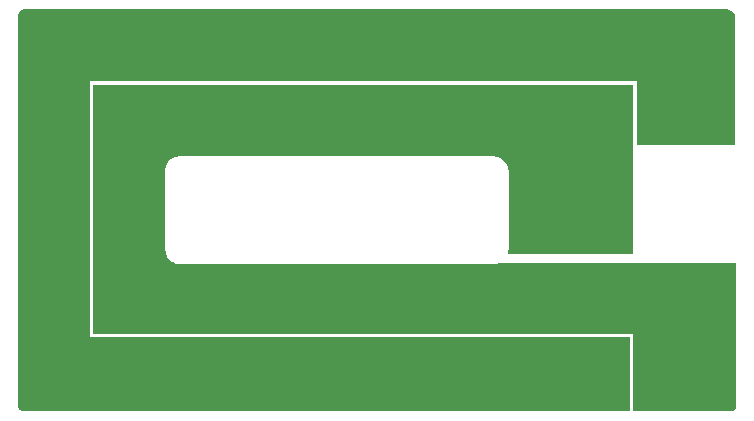
<source format=gtl>
G04*
G04 #@! TF.GenerationSoftware,Altium Limited,Altium Designer,18.1.7 (191)*
G04*
G04 Layer_Physical_Order=1*
G04 Layer_Color=255*
%FSLAX44Y44*%
%MOMM*%
G71*
G01*
G75*
%ADD13R,1.6000X1.8000*%
%ADD14R,1.8000X1.6000*%
%ADD18R,2.2900X0.7600*%
%ADD19C,0.5000*%
G36*
X332322Y169655D02*
X333771Y169055D01*
X335075Y168184D01*
X336184Y167075D01*
X337055Y165771D01*
X337440Y164840D01*
Y55000D01*
X254000D01*
X254000Y109000D01*
X-209000Y109000D01*
X-209000Y-107700D01*
X248000Y-107700D01*
X248000Y-169961D01*
X-265000Y-169961D01*
X-265489D01*
X-266447Y-169771D01*
X-267350Y-169396D01*
X-268162Y-168853D01*
X-268853Y-168162D01*
X-269396Y-167350D01*
X-269770Y-166447D01*
X-269961Y-165489D01*
Y-165000D01*
Y165000D01*
Y165488D01*
X-269770Y166447D01*
X-269396Y167350D01*
X-268853Y168162D01*
X-268163Y168853D01*
X-267350Y169396D01*
X-266447Y169770D01*
X-265489Y169961D01*
X-265000Y169961D01*
D01*
X330000Y169961D01*
X330000Y169961D01*
X330000Y169961D01*
X330784Y169961D01*
X332322Y169655D01*
D02*
G37*
G36*
X251000Y106000D02*
X251000Y-37000D01*
X145964Y-37000D01*
X145164Y-35997D01*
X145183Y-35730D01*
X145608Y-32500D01*
Y32500D01*
X145178Y35763D01*
X143919Y38804D01*
X143799Y38960D01*
X143720Y39079D01*
X143624Y39311D01*
X142666Y40744D01*
X142488Y40921D01*
X142349Y41130D01*
X141130Y42349D01*
X140921Y42488D01*
X140744Y42666D01*
X139311Y43623D01*
X139079Y43720D01*
X138960Y43799D01*
X138804Y43919D01*
X135763Y45178D01*
X132500Y45608D01*
X-132500D01*
X-135763Y45178D01*
X-136194Y45000D01*
X-136236D01*
X-137685Y44712D01*
X-137917Y44616D01*
X-138163Y44567D01*
X-139528Y44001D01*
X-139737Y43862D01*
X-139969Y43766D01*
X-141197Y42945D01*
X-141375Y42768D01*
X-141583Y42628D01*
X-142628Y41583D01*
X-142767Y41375D01*
X-142945Y41197D01*
X-143766Y39969D01*
X-143862Y39737D01*
X-144001Y39528D01*
X-144567Y38163D01*
X-144616Y37917D01*
X-144712Y37685D01*
X-145000Y36236D01*
Y35985D01*
X-145049Y35739D01*
Y33447D01*
X-145108Y33000D01*
X-145049Y32553D01*
Y18447D01*
X-145108Y18000D01*
X-145049Y17553D01*
Y447D01*
X-145108Y0D01*
X-145049Y-447D01*
Y-17553D01*
X-145108Y-18000D01*
X-145049Y-18447D01*
Y-32553D01*
X-145108Y-33000D01*
X-145049Y-33447D01*
X-145049Y-34612D01*
X-145000Y-34858D01*
Y-35109D01*
X-144664Y-36800D01*
X-144568Y-37032D01*
X-144519Y-37278D01*
X-143859Y-38870D01*
X-143720Y-39079D01*
X-143624Y-39311D01*
X-142666Y-40744D01*
X-142488Y-40921D01*
X-142349Y-41130D01*
X-141130Y-42349D01*
X-140921Y-42488D01*
X-140744Y-42666D01*
X-139311Y-43623D01*
X-139079Y-43720D01*
X-138960Y-43799D01*
X-138804Y-43919D01*
X-135763Y-45178D01*
X-132500Y-45608D01*
X132500D01*
X135763Y-45178D01*
X136194Y-45000D01*
X251000D01*
Y-45000D01*
X337961D01*
X337961Y-167000D01*
X337961Y-167000D01*
X337961Y-167000D01*
X337961Y-167589D01*
X337510Y-168678D01*
X336678Y-169510D01*
X335589Y-169961D01*
X335000Y-169961D01*
X335000Y-169961D01*
X335000Y-169961D01*
X251000Y-169961D01*
Y-105000D01*
X-206122D01*
X-206122Y106000D01*
X251000Y106000D01*
D02*
G37*
D13*
X-86000Y55000D02*
D03*
X-58000D02*
D03*
X-10000Y75000D02*
D03*
X-38000D02*
D03*
X231000Y-120000D02*
D03*
X203000D02*
D03*
X231000Y-140000D02*
D03*
X203000D02*
D03*
X231000Y-160000D02*
D03*
X203000D02*
D03*
X183000Y-55000D02*
D03*
X155000D02*
D03*
X183000Y-75000D02*
D03*
X155000D02*
D03*
X183000Y-95000D02*
D03*
X155000D02*
D03*
X231000Y-55000D02*
D03*
X203000D02*
D03*
X231000Y-75000D02*
D03*
X203000D02*
D03*
X231001Y-95002D02*
D03*
X203001D02*
D03*
X231000Y75000D02*
D03*
X203000D02*
D03*
X231000Y54998D02*
D03*
X203000D02*
D03*
X155000Y55000D02*
D03*
X183000D02*
D03*
X155000Y75000D02*
D03*
X183000D02*
D03*
X155000Y95000D02*
D03*
X183000D02*
D03*
X135000Y-55000D02*
D03*
X107000D02*
D03*
X135000Y-75000D02*
D03*
X107000D02*
D03*
X135000Y-95000D02*
D03*
X107000D02*
D03*
X86000Y-55000D02*
D03*
X58000D02*
D03*
X86000Y-75000D02*
D03*
X58000D02*
D03*
X86000Y-95000D02*
D03*
X58000D02*
D03*
X38000Y-55000D02*
D03*
X10000D02*
D03*
X38000Y-75000D02*
D03*
X10000D02*
D03*
X38001Y-95003D02*
D03*
X10001D02*
D03*
X-10000Y-55000D02*
D03*
X-38000D02*
D03*
X-10000Y-75000D02*
D03*
X-38000D02*
D03*
X-9999Y-95002D02*
D03*
X-37999D02*
D03*
X-58000Y-55000D02*
D03*
X-86000D02*
D03*
X-58000Y-75000D02*
D03*
X-86000D02*
D03*
X-57999Y-95002D02*
D03*
X-85999D02*
D03*
X-106000Y-55000D02*
D03*
X-134000D02*
D03*
X-106000Y-75000D02*
D03*
X-134000D02*
D03*
X-105999Y-95002D02*
D03*
X-133999D02*
D03*
X-106000Y95000D02*
D03*
X-134000D02*
D03*
X-106000Y75000D02*
D03*
X-134000D02*
D03*
X-105999Y54999D02*
D03*
X-133999D02*
D03*
X-58000Y95000D02*
D03*
X-86000D02*
D03*
X-58000Y75000D02*
D03*
X-86000D02*
D03*
X-10000Y95000D02*
D03*
X-38000D02*
D03*
X-10000Y55000D02*
D03*
X-38000D02*
D03*
X38000Y95000D02*
D03*
X10000D02*
D03*
X38000Y75000D02*
D03*
X10000D02*
D03*
X38000Y55000D02*
D03*
X10000D02*
D03*
X86000Y95000D02*
D03*
X58000D02*
D03*
X86000Y75000D02*
D03*
X58000D02*
D03*
X86000Y55000D02*
D03*
X58000D02*
D03*
X135000Y95000D02*
D03*
X107000D02*
D03*
X135000Y75000D02*
D03*
X107000D02*
D03*
X135001Y54998D02*
D03*
X107001D02*
D03*
X183000Y-120000D02*
D03*
X155000D02*
D03*
X183000Y-140000D02*
D03*
X155000D02*
D03*
X183001Y-160001D02*
D03*
X155001D02*
D03*
X135000Y-120000D02*
D03*
X107000D02*
D03*
X135000Y-140000D02*
D03*
X107000D02*
D03*
X135001Y-160002D02*
D03*
X107001D02*
D03*
X86000Y-120000D02*
D03*
X58000D02*
D03*
X86000Y-140000D02*
D03*
X58000D02*
D03*
X86000Y-160000D02*
D03*
X58000D02*
D03*
X38000Y-120000D02*
D03*
X10000D02*
D03*
X38000Y-140000D02*
D03*
X10000D02*
D03*
X38001Y-160002D02*
D03*
X10001D02*
D03*
X-10000Y-120000D02*
D03*
X-38000D02*
D03*
X-10000Y-140000D02*
D03*
X-38000D02*
D03*
X-10000Y-160000D02*
D03*
X-38000D02*
D03*
X-58000Y-120000D02*
D03*
X-86000D02*
D03*
X-58000Y-140000D02*
D03*
X-86000D02*
D03*
X-58000Y-160000D02*
D03*
X-86000D02*
D03*
X-106000Y-120000D02*
D03*
X-134000D02*
D03*
X-106000Y-140000D02*
D03*
X-134000D02*
D03*
X-106000Y-160000D02*
D03*
X-134000D02*
D03*
X-154000Y-120000D02*
D03*
X-182000D02*
D03*
X-154000Y-140000D02*
D03*
X-182000D02*
D03*
X-154000Y-160000D02*
D03*
X-182000D02*
D03*
X-202000Y-120000D02*
D03*
X-230000D02*
D03*
X-202000Y-140000D02*
D03*
X-230000D02*
D03*
X-10000Y120000D02*
D03*
X-38000D02*
D03*
X-154001Y160002D02*
D03*
X-182001D02*
D03*
X-154000Y140000D02*
D03*
X-182000D02*
D03*
X-58000Y120000D02*
D03*
X-86000D02*
D03*
X-202000Y140000D02*
D03*
X-230000D02*
D03*
X38000Y120000D02*
D03*
X10000D02*
D03*
X-106000Y160000D02*
D03*
X-134000D02*
D03*
X-106000Y140000D02*
D03*
X-134000D02*
D03*
X86000Y120000D02*
D03*
X58000D02*
D03*
X-58000Y160000D02*
D03*
X-86000D02*
D03*
X-58000Y140000D02*
D03*
X-86000D02*
D03*
X38000Y160000D02*
D03*
X10000D02*
D03*
X38000Y140000D02*
D03*
X10000D02*
D03*
X183000Y120000D02*
D03*
X155000D02*
D03*
X-10000Y140000D02*
D03*
X-38000D02*
D03*
X135000Y120000D02*
D03*
X107000D02*
D03*
X-10000Y160000D02*
D03*
X-38000D02*
D03*
X86000Y140000D02*
D03*
X58000D02*
D03*
X-106000Y120000D02*
D03*
X-134000D02*
D03*
X135000Y160000D02*
D03*
X107000D02*
D03*
X135000Y140000D02*
D03*
X107000D02*
D03*
X86000Y160000D02*
D03*
X58000D02*
D03*
X231000Y120000D02*
D03*
X203000D02*
D03*
X-154000D02*
D03*
X-182000D02*
D03*
X183000Y160000D02*
D03*
X155000D02*
D03*
X-202000Y120000D02*
D03*
X-230000D02*
D03*
X183000Y140000D02*
D03*
X155000D02*
D03*
X231000Y160002D02*
D03*
X203000D02*
D03*
X231000Y140000D02*
D03*
X203000D02*
D03*
D14*
X196000Y6000D02*
D03*
Y34000D02*
D03*
X176000Y6000D02*
D03*
Y34000D02*
D03*
X156000Y6000D02*
D03*
Y34000D02*
D03*
X-155000Y-96000D02*
D03*
Y-68000D02*
D03*
X-175000Y-96000D02*
D03*
Y-68000D02*
D03*
X-195002Y-96001D02*
D03*
Y-68001D02*
D03*
X-155000Y68000D02*
D03*
Y96000D02*
D03*
X-175000Y68000D02*
D03*
Y96000D02*
D03*
X-195002Y67999D02*
D03*
Y95999D02*
D03*
X-155000Y-41000D02*
D03*
Y-13000D02*
D03*
X-175000Y-41000D02*
D03*
Y-13000D02*
D03*
X-195001Y-41001D02*
D03*
Y-13001D02*
D03*
X-155000Y13000D02*
D03*
Y41000D02*
D03*
X-175000Y13000D02*
D03*
Y41000D02*
D03*
X-195000Y13000D02*
D03*
Y41000D02*
D03*
X216000Y34000D02*
D03*
Y6000D02*
D03*
X-220000Y-41000D02*
D03*
Y-13000D02*
D03*
X-240000Y-41000D02*
D03*
Y-13000D02*
D03*
X-260000Y-41000D02*
D03*
Y-13000D02*
D03*
X-220000Y13000D02*
D03*
Y41000D02*
D03*
X-240000Y13000D02*
D03*
Y41000D02*
D03*
X-260000Y13000D02*
D03*
Y41000D02*
D03*
X-220000Y-96000D02*
D03*
Y-68000D02*
D03*
X-240000Y-96000D02*
D03*
Y-68000D02*
D03*
X-260000Y-96000D02*
D03*
Y-68000D02*
D03*
Y68000D02*
D03*
Y96000D02*
D03*
X-240000Y68000D02*
D03*
Y96000D02*
D03*
X-220000Y68000D02*
D03*
Y96000D02*
D03*
X236000Y34000D02*
D03*
Y6000D02*
D03*
D18*
X297300Y153100D02*
D03*
X322700D02*
D03*
X297300Y127700D02*
D03*
X322700D02*
D03*
X297300Y102300D02*
D03*
X322700D02*
D03*
X297300Y76900D02*
D03*
X322700D02*
D03*
Y-133100D02*
D03*
X297300D02*
D03*
X322700Y-107700D02*
D03*
X297300D02*
D03*
X322700Y-82300D02*
D03*
X297300D02*
D03*
X322700Y-56900D02*
D03*
X297300D02*
D03*
D19*
X120000Y115000D02*
D03*
Y125000D02*
D03*
Y135000D02*
D03*
X120000Y165000D02*
D03*
Y155000D02*
D03*
X120000Y145000D02*
D03*
X170000Y115000D02*
D03*
Y125000D02*
D03*
Y135000D02*
D03*
X170000Y165000D02*
D03*
Y155000D02*
D03*
X170000Y145000D02*
D03*
X215000Y115000D02*
D03*
Y125000D02*
D03*
Y135000D02*
D03*
X215000Y165000D02*
D03*
Y155000D02*
D03*
X215000Y145000D02*
D03*
X-120000Y-100000D02*
D03*
Y-90000D02*
D03*
Y-80000D02*
D03*
X-120000Y-50000D02*
D03*
Y-60000D02*
D03*
X-120000Y-70000D02*
D03*
X-70000Y-100000D02*
D03*
Y-90000D02*
D03*
Y-80000D02*
D03*
X-70000Y-50000D02*
D03*
Y-60000D02*
D03*
X-70000Y-70000D02*
D03*
X-25000Y-100000D02*
D03*
Y-90000D02*
D03*
Y-80000D02*
D03*
X-25000Y-50000D02*
D03*
Y-60000D02*
D03*
X-25000Y-70000D02*
D03*
X25000Y-100000D02*
D03*
Y-90000D02*
D03*
Y-80000D02*
D03*
X25000Y-50000D02*
D03*
Y-60000D02*
D03*
X25000Y-70000D02*
D03*
X70000D02*
D03*
X70000Y-60000D02*
D03*
Y-50000D02*
D03*
X70000Y-80000D02*
D03*
Y-90000D02*
D03*
Y-100000D02*
D03*
X120000Y-50000D02*
D03*
Y-60000D02*
D03*
Y-70000D02*
D03*
Y-80000D02*
D03*
Y-90000D02*
D03*
Y-100000D02*
D03*
X216000Y-115000D02*
D03*
X216000Y-125000D02*
D03*
Y-135000D02*
D03*
Y-145000D02*
D03*
Y-155000D02*
D03*
Y-165000D02*
D03*
X170000D02*
D03*
Y-155000D02*
D03*
Y-145000D02*
D03*
Y-135000D02*
D03*
Y-125000D02*
D03*
X235000Y-30000D02*
D03*
X225000D02*
D03*
X215000D02*
D03*
X205000D02*
D03*
X195000D02*
D03*
X185000D02*
D03*
X175000D02*
D03*
X165000D02*
D03*
X245000Y-165002D02*
D03*
Y-155000D02*
D03*
Y-145000D02*
D03*
Y-125000D02*
D03*
Y-115000D02*
D03*
X215000Y-15000D02*
D03*
X205000D02*
D03*
X195000Y-15000D02*
D03*
X185000D02*
D03*
X175000D02*
D03*
X165000Y-15000D02*
D03*
X160000Y-23000D02*
D03*
X170000D02*
D03*
X180000D02*
D03*
X190000D02*
D03*
X200000D02*
D03*
X210000D02*
D03*
X220000D02*
D03*
X230000D02*
D03*
X235000Y-15000D02*
D03*
X225000Y-15000D02*
D03*
X245000Y-135000D02*
D03*
X170000Y-115000D02*
D03*
M02*

</source>
